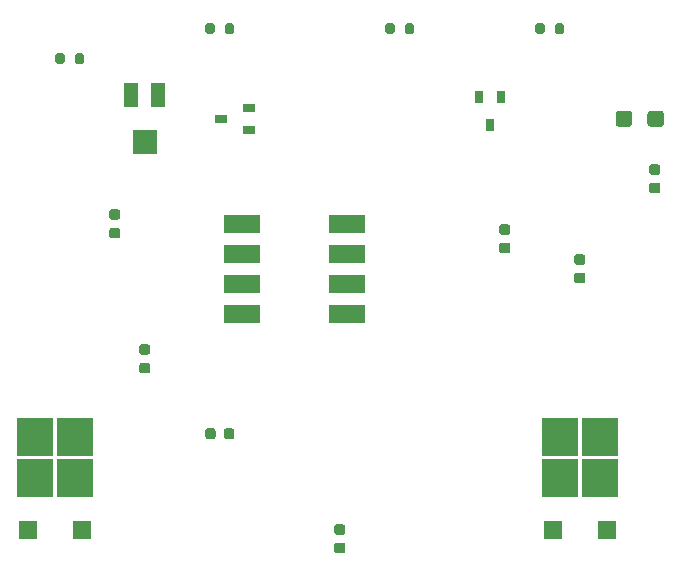
<source format=gbr>
%TF.GenerationSoftware,KiCad,Pcbnew,(5.1.8)-1*%
%TF.CreationDate,2021-06-13T11:57:15+02:00*%
%TF.ProjectId,Assignment3,41737369-676e-46d6-956e-74332e6b6963,rev?*%
%TF.SameCoordinates,Original*%
%TF.FileFunction,Paste,Top*%
%TF.FilePolarity,Positive*%
%FSLAX46Y46*%
G04 Gerber Fmt 4.6, Leading zero omitted, Abs format (unit mm)*
G04 Created by KiCad (PCBNEW (5.1.8)-1) date 2021-06-13 11:57:15*
%MOMM*%
%LPD*%
G01*
G04 APERTURE LIST*
%ADD10R,3.100000X1.600000*%
%ADD11R,3.100000X3.200000*%
%ADD12R,1.500000X1.600000*%
%ADD13R,1.300000X2.000000*%
%ADD14R,2.000000X2.000000*%
%ADD15R,0.700000X1.000000*%
%ADD16R,1.000000X0.700000*%
G04 APERTURE END LIST*
D10*
%TO.C,IC1*%
X115625000Y-62230000D03*
X106735000Y-69850000D03*
X115625000Y-64770000D03*
X106735000Y-67310000D03*
X115625000Y-67310000D03*
X106735000Y-64770000D03*
X115625000Y-69850000D03*
X106735000Y-62230000D03*
%TD*%
D11*
%TO.C,Q3*%
X92560000Y-83770000D03*
X89160000Y-80270000D03*
X89160000Y-83770000D03*
X92560000Y-80270000D03*
D12*
X93160000Y-88170000D03*
X88560000Y-88170000D03*
%TD*%
D11*
%TO.C,IC2*%
X137010000Y-83770000D03*
X133610000Y-80270000D03*
X133610000Y-83770000D03*
X137010000Y-80270000D03*
D12*
X137610000Y-88170000D03*
X133010000Y-88170000D03*
%TD*%
%TO.C,R5*%
G36*
G01*
X133195000Y-45995000D02*
X133195000Y-45445000D01*
G75*
G02*
X133395000Y-45245000I200000J0D01*
G01*
X133795000Y-45245000D01*
G75*
G02*
X133995000Y-45445000I0J-200000D01*
G01*
X133995000Y-45995000D01*
G75*
G02*
X133795000Y-46195000I-200000J0D01*
G01*
X133395000Y-46195000D01*
G75*
G02*
X133195000Y-45995000I0J200000D01*
G01*
G37*
G36*
G01*
X131545000Y-45995000D02*
X131545000Y-45445000D01*
G75*
G02*
X131745000Y-45245000I200000J0D01*
G01*
X132145000Y-45245000D01*
G75*
G02*
X132345000Y-45445000I0J-200000D01*
G01*
X132345000Y-45995000D01*
G75*
G02*
X132145000Y-46195000I-200000J0D01*
G01*
X131745000Y-46195000D01*
G75*
G02*
X131545000Y-45995000I0J200000D01*
G01*
G37*
%TD*%
%TO.C,R4*%
G36*
G01*
X120495000Y-45995000D02*
X120495000Y-45445000D01*
G75*
G02*
X120695000Y-45245000I200000J0D01*
G01*
X121095000Y-45245000D01*
G75*
G02*
X121295000Y-45445000I0J-200000D01*
G01*
X121295000Y-45995000D01*
G75*
G02*
X121095000Y-46195000I-200000J0D01*
G01*
X120695000Y-46195000D01*
G75*
G02*
X120495000Y-45995000I0J200000D01*
G01*
G37*
G36*
G01*
X118845000Y-45995000D02*
X118845000Y-45445000D01*
G75*
G02*
X119045000Y-45245000I200000J0D01*
G01*
X119445000Y-45245000D01*
G75*
G02*
X119645000Y-45445000I0J-200000D01*
G01*
X119645000Y-45995000D01*
G75*
G02*
X119445000Y-46195000I-200000J0D01*
G01*
X119045000Y-46195000D01*
G75*
G02*
X118845000Y-45995000I0J200000D01*
G01*
G37*
%TD*%
%TO.C,R3*%
G36*
G01*
X105255000Y-45995000D02*
X105255000Y-45445000D01*
G75*
G02*
X105455000Y-45245000I200000J0D01*
G01*
X105855000Y-45245000D01*
G75*
G02*
X106055000Y-45445000I0J-200000D01*
G01*
X106055000Y-45995000D01*
G75*
G02*
X105855000Y-46195000I-200000J0D01*
G01*
X105455000Y-46195000D01*
G75*
G02*
X105255000Y-45995000I0J200000D01*
G01*
G37*
G36*
G01*
X103605000Y-45995000D02*
X103605000Y-45445000D01*
G75*
G02*
X103805000Y-45245000I200000J0D01*
G01*
X104205000Y-45245000D01*
G75*
G02*
X104405000Y-45445000I0J-200000D01*
G01*
X104405000Y-45995000D01*
G75*
G02*
X104205000Y-46195000I-200000J0D01*
G01*
X103805000Y-46195000D01*
G75*
G02*
X103605000Y-45995000I0J200000D01*
G01*
G37*
%TD*%
%TO.C,R2*%
G36*
G01*
X92555000Y-48535000D02*
X92555000Y-47985000D01*
G75*
G02*
X92755000Y-47785000I200000J0D01*
G01*
X93155000Y-47785000D01*
G75*
G02*
X93355000Y-47985000I0J-200000D01*
G01*
X93355000Y-48535000D01*
G75*
G02*
X93155000Y-48735000I-200000J0D01*
G01*
X92755000Y-48735000D01*
G75*
G02*
X92555000Y-48535000I0J200000D01*
G01*
G37*
G36*
G01*
X90905000Y-48535000D02*
X90905000Y-47985000D01*
G75*
G02*
X91105000Y-47785000I200000J0D01*
G01*
X91505000Y-47785000D01*
G75*
G02*
X91705000Y-47985000I0J-200000D01*
G01*
X91705000Y-48535000D01*
G75*
G02*
X91505000Y-48735000I-200000J0D01*
G01*
X91105000Y-48735000D01*
G75*
G02*
X90905000Y-48535000I0J200000D01*
G01*
G37*
%TD*%
D13*
%TO.C,R1*%
X97330000Y-51340000D03*
D14*
X98480000Y-55340000D03*
D13*
X99630000Y-51340000D03*
%TD*%
D15*
%TO.C,Q2*%
X127690000Y-53905000D03*
X126740000Y-51505000D03*
X128640000Y-51505000D03*
%TD*%
D16*
%TO.C,Q1*%
X104900000Y-53340000D03*
X107300000Y-52390000D03*
X107300000Y-54290000D03*
%TD*%
%TO.C,D3*%
G36*
G01*
X105180000Y-80266250D02*
X105180000Y-79753750D01*
G75*
G02*
X105398750Y-79535000I218750J0D01*
G01*
X105836250Y-79535000D01*
G75*
G02*
X106055000Y-79753750I0J-218750D01*
G01*
X106055000Y-80266250D01*
G75*
G02*
X105836250Y-80485000I-218750J0D01*
G01*
X105398750Y-80485000D01*
G75*
G02*
X105180000Y-80266250I0J218750D01*
G01*
G37*
G36*
G01*
X103605000Y-80266250D02*
X103605000Y-79753750D01*
G75*
G02*
X103823750Y-79535000I218750J0D01*
G01*
X104261250Y-79535000D01*
G75*
G02*
X104480000Y-79753750I0J-218750D01*
G01*
X104480000Y-80266250D01*
G75*
G02*
X104261250Y-80485000I-218750J0D01*
G01*
X103823750Y-80485000D01*
G75*
G02*
X103605000Y-80266250I0J218750D01*
G01*
G37*
%TD*%
%TO.C,D2*%
G36*
G01*
X95683750Y-62580000D02*
X96196250Y-62580000D01*
G75*
G02*
X96415000Y-62798750I0J-218750D01*
G01*
X96415000Y-63236250D01*
G75*
G02*
X96196250Y-63455000I-218750J0D01*
G01*
X95683750Y-63455000D01*
G75*
G02*
X95465000Y-63236250I0J218750D01*
G01*
X95465000Y-62798750D01*
G75*
G02*
X95683750Y-62580000I218750J0D01*
G01*
G37*
G36*
G01*
X95683750Y-61005000D02*
X96196250Y-61005000D01*
G75*
G02*
X96415000Y-61223750I0J-218750D01*
G01*
X96415000Y-61661250D01*
G75*
G02*
X96196250Y-61880000I-218750J0D01*
G01*
X95683750Y-61880000D01*
G75*
G02*
X95465000Y-61661250I0J218750D01*
G01*
X95465000Y-61223750D01*
G75*
G02*
X95683750Y-61005000I218750J0D01*
G01*
G37*
%TD*%
%TO.C,D1*%
G36*
G01*
X98223750Y-74010000D02*
X98736250Y-74010000D01*
G75*
G02*
X98955000Y-74228750I0J-218750D01*
G01*
X98955000Y-74666250D01*
G75*
G02*
X98736250Y-74885000I-218750J0D01*
G01*
X98223750Y-74885000D01*
G75*
G02*
X98005000Y-74666250I0J218750D01*
G01*
X98005000Y-74228750D01*
G75*
G02*
X98223750Y-74010000I218750J0D01*
G01*
G37*
G36*
G01*
X98223750Y-72435000D02*
X98736250Y-72435000D01*
G75*
G02*
X98955000Y-72653750I0J-218750D01*
G01*
X98955000Y-73091250D01*
G75*
G02*
X98736250Y-73310000I-218750J0D01*
G01*
X98223750Y-73310000D01*
G75*
G02*
X98005000Y-73091250I0J218750D01*
G01*
X98005000Y-72653750D01*
G75*
G02*
X98223750Y-72435000I218750J0D01*
G01*
G37*
%TD*%
%TO.C,C5*%
G36*
G01*
X115240000Y-88575000D02*
X114740000Y-88575000D01*
G75*
G02*
X114515000Y-88350000I0J225000D01*
G01*
X114515000Y-87900000D01*
G75*
G02*
X114740000Y-87675000I225000J0D01*
G01*
X115240000Y-87675000D01*
G75*
G02*
X115465000Y-87900000I0J-225000D01*
G01*
X115465000Y-88350000D01*
G75*
G02*
X115240000Y-88575000I-225000J0D01*
G01*
G37*
G36*
G01*
X115240000Y-90125000D02*
X114740000Y-90125000D01*
G75*
G02*
X114515000Y-89900000I0J225000D01*
G01*
X114515000Y-89450000D01*
G75*
G02*
X114740000Y-89225000I225000J0D01*
G01*
X115240000Y-89225000D01*
G75*
G02*
X115465000Y-89450000I0J-225000D01*
G01*
X115465000Y-89900000D01*
G75*
G02*
X115240000Y-90125000I-225000J0D01*
G01*
G37*
%TD*%
%TO.C,C4*%
G36*
G01*
X139740000Y-52914999D02*
X139740000Y-53765001D01*
G75*
G02*
X139490001Y-54015000I-249999J0D01*
G01*
X138589999Y-54015000D01*
G75*
G02*
X138340000Y-53765001I0J249999D01*
G01*
X138340000Y-52914999D01*
G75*
G02*
X138589999Y-52665000I249999J0D01*
G01*
X139490001Y-52665000D01*
G75*
G02*
X139740000Y-52914999I0J-249999D01*
G01*
G37*
G36*
G01*
X142440000Y-52914999D02*
X142440000Y-53765001D01*
G75*
G02*
X142190001Y-54015000I-249999J0D01*
G01*
X141289999Y-54015000D01*
G75*
G02*
X141040000Y-53765001I0J249999D01*
G01*
X141040000Y-52914999D01*
G75*
G02*
X141289999Y-52665000I249999J0D01*
G01*
X142190001Y-52665000D01*
G75*
G02*
X142440000Y-52914999I0J-249999D01*
G01*
G37*
%TD*%
%TO.C,C3*%
G36*
G01*
X135560000Y-65715000D02*
X135060000Y-65715000D01*
G75*
G02*
X134835000Y-65490000I0J225000D01*
G01*
X134835000Y-65040000D01*
G75*
G02*
X135060000Y-64815000I225000J0D01*
G01*
X135560000Y-64815000D01*
G75*
G02*
X135785000Y-65040000I0J-225000D01*
G01*
X135785000Y-65490000D01*
G75*
G02*
X135560000Y-65715000I-225000J0D01*
G01*
G37*
G36*
G01*
X135560000Y-67265000D02*
X135060000Y-67265000D01*
G75*
G02*
X134835000Y-67040000I0J225000D01*
G01*
X134835000Y-66590000D01*
G75*
G02*
X135060000Y-66365000I225000J0D01*
G01*
X135560000Y-66365000D01*
G75*
G02*
X135785000Y-66590000I0J-225000D01*
G01*
X135785000Y-67040000D01*
G75*
G02*
X135560000Y-67265000I-225000J0D01*
G01*
G37*
%TD*%
%TO.C,C2*%
G36*
G01*
X128710000Y-63825000D02*
X129210000Y-63825000D01*
G75*
G02*
X129435000Y-64050000I0J-225000D01*
G01*
X129435000Y-64500000D01*
G75*
G02*
X129210000Y-64725000I-225000J0D01*
G01*
X128710000Y-64725000D01*
G75*
G02*
X128485000Y-64500000I0J225000D01*
G01*
X128485000Y-64050000D01*
G75*
G02*
X128710000Y-63825000I225000J0D01*
G01*
G37*
G36*
G01*
X128710000Y-62275000D02*
X129210000Y-62275000D01*
G75*
G02*
X129435000Y-62500000I0J-225000D01*
G01*
X129435000Y-62950000D01*
G75*
G02*
X129210000Y-63175000I-225000J0D01*
G01*
X128710000Y-63175000D01*
G75*
G02*
X128485000Y-62950000I0J225000D01*
G01*
X128485000Y-62500000D01*
G75*
G02*
X128710000Y-62275000I225000J0D01*
G01*
G37*
%TD*%
%TO.C,C1*%
G36*
G01*
X141410000Y-58745000D02*
X141910000Y-58745000D01*
G75*
G02*
X142135000Y-58970000I0J-225000D01*
G01*
X142135000Y-59420000D01*
G75*
G02*
X141910000Y-59645000I-225000J0D01*
G01*
X141410000Y-59645000D01*
G75*
G02*
X141185000Y-59420000I0J225000D01*
G01*
X141185000Y-58970000D01*
G75*
G02*
X141410000Y-58745000I225000J0D01*
G01*
G37*
G36*
G01*
X141410000Y-57195000D02*
X141910000Y-57195000D01*
G75*
G02*
X142135000Y-57420000I0J-225000D01*
G01*
X142135000Y-57870000D01*
G75*
G02*
X141910000Y-58095000I-225000J0D01*
G01*
X141410000Y-58095000D01*
G75*
G02*
X141185000Y-57870000I0J225000D01*
G01*
X141185000Y-57420000D01*
G75*
G02*
X141410000Y-57195000I225000J0D01*
G01*
G37*
%TD*%
M02*

</source>
